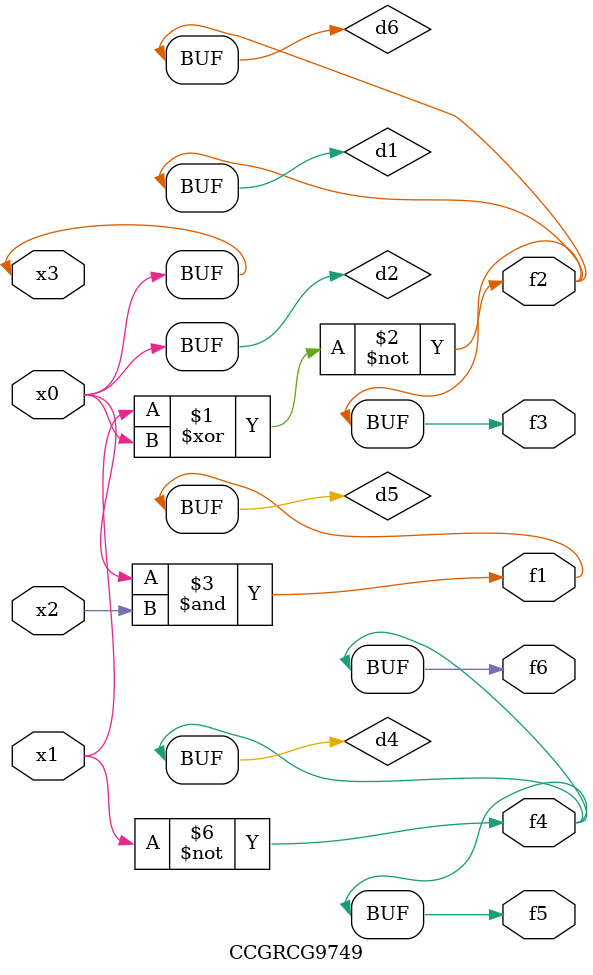
<source format=v>
module CCGRCG9749(
	input x0, x1, x2, x3,
	output f1, f2, f3, f4, f5, f6
);

	wire d1, d2, d3, d4, d5, d6;

	xnor (d1, x1, x3);
	buf (d2, x0, x3);
	nand (d3, x0, x2);
	not (d4, x1);
	nand (d5, d3);
	or (d6, d1);
	assign f1 = d5;
	assign f2 = d6;
	assign f3 = d6;
	assign f4 = d4;
	assign f5 = d4;
	assign f6 = d4;
endmodule

</source>
